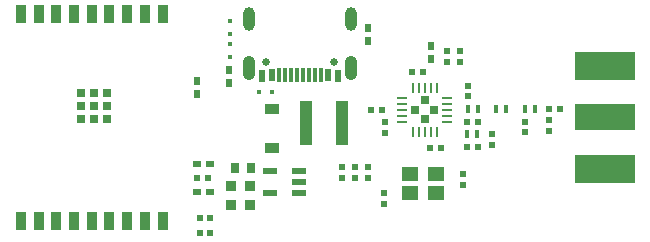
<source format=gts>
G04 #@! TF.GenerationSoftware,KiCad,Pcbnew,7.0.7-7.0.7~ubuntu23.04.1*
G04 #@! TF.CreationDate,2023-08-22T21:33:39+02:00*
G04 #@! TF.ProjectId,CoralWave,436f7261-6c57-4617-9665-2e6b69636164,rev?*
G04 #@! TF.SameCoordinates,Original*
G04 #@! TF.FileFunction,Soldermask,Top*
G04 #@! TF.FilePolarity,Negative*
%FSLAX46Y46*%
G04 Gerber Fmt 4.6, Leading zero omitted, Abs format (unit mm)*
G04 Created by KiCad (PCBNEW 7.0.7-7.0.7~ubuntu23.04.1) date 2023-08-22 21:33:39*
%MOMM*%
%LPD*%
G01*
G04 APERTURE LIST*
%ADD10R,1.400000X1.200000*%
%ADD11R,0.600000X0.620000*%
%ADD12R,0.620000X0.600000*%
%ADD13R,0.947699X0.254800*%
%ADD14R,0.254800X0.947699*%
%ADD15R,0.650000X0.720000*%
%ADD16R,0.720000X0.650000*%
%ADD17R,0.900000X0.950000*%
%ADD18R,0.600000X0.750000*%
%ADD19R,0.750000X0.600000*%
%ADD20R,0.750000X0.940000*%
%ADD21R,0.350000X0.650000*%
%ADD22R,1.219200X0.914400*%
%ADD23R,0.430000X0.320000*%
%ADD24R,0.320000X0.430000*%
%ADD25R,0.600000X0.700000*%
%ADD26R,5.080000X2.290000*%
%ADD27R,5.080000X2.415000*%
%ADD28C,0.650000*%
%ADD29R,0.600000X1.030000*%
%ADD30R,0.600000X1.080000*%
%ADD31R,0.300000X1.150000*%
%ADD32O,1.050000X2.100000*%
%ADD33O,1.000000X2.000000*%
%ADD34R,0.900000X1.500000*%
%ADD35R,0.700000X0.700000*%
%ADD36R,1.100000X3.700000*%
%ADD37R,1.200000X0.600000*%
G04 APERTURE END LIST*
D10*
X132600000Y-65460000D03*
X134800000Y-65460000D03*
X134800000Y-63860000D03*
X132600000Y-63860000D03*
D11*
X114770000Y-67600000D03*
X115690000Y-67600000D03*
D12*
X130340000Y-65460000D03*
X130340000Y-66380000D03*
D11*
X144390000Y-58340000D03*
X145310000Y-58340000D03*
D13*
X131936350Y-57419999D03*
X131936350Y-57920001D03*
X131936350Y-58420000D03*
X131936350Y-58919999D03*
X131936350Y-59420001D03*
D14*
X132832599Y-60316250D03*
X133332601Y-60316250D03*
X133832600Y-60316250D03*
X134332599Y-60316250D03*
X134832601Y-60316250D03*
D13*
X135728850Y-59420001D03*
X135728850Y-58919999D03*
X135728850Y-58420000D03*
X135728850Y-57920001D03*
X135728850Y-57419999D03*
D14*
X134832601Y-56523750D03*
X134332599Y-56523750D03*
X133832600Y-56523750D03*
X133332601Y-56523750D03*
X132832599Y-56523750D03*
D15*
X133027600Y-58420000D03*
D16*
X133832600Y-57615000D03*
X133832600Y-59225000D03*
D15*
X134637600Y-58420000D03*
D17*
X117400000Y-64830000D03*
X119000000Y-64830000D03*
D12*
X129010000Y-64140000D03*
X129010000Y-63220000D03*
X139530000Y-61380000D03*
X139530000Y-60460000D03*
X135730000Y-53430000D03*
X135730000Y-54350000D03*
D18*
X114570000Y-56000000D03*
X114570000Y-57100000D03*
D19*
X114530000Y-63000000D03*
X115630000Y-63000000D03*
D20*
X119150000Y-63340000D03*
X117750000Y-63340000D03*
D17*
X119000000Y-66440000D03*
X117400000Y-66440000D03*
D12*
X130500000Y-59420000D03*
X130500000Y-60340000D03*
D21*
X142285000Y-58340000D03*
X143135000Y-58340000D03*
D12*
X127910000Y-64140000D03*
X127910000Y-63220000D03*
D22*
X120860000Y-61638300D03*
X120860000Y-58361700D03*
D19*
X114530000Y-65400000D03*
X115630000Y-65400000D03*
D12*
X137090000Y-63860000D03*
X137090000Y-64780000D03*
D11*
X132730000Y-55220000D03*
X133650000Y-55220000D03*
D23*
X120870000Y-56860000D03*
X119770000Y-56860000D03*
D24*
X117330000Y-50930000D03*
X117330000Y-52030000D03*
D11*
X114770000Y-68800000D03*
X115690000Y-68800000D03*
D25*
X134350000Y-52990000D03*
X134350000Y-54090000D03*
D26*
X149100000Y-59050000D03*
D27*
X149100000Y-54667500D03*
X149100000Y-63432500D03*
D18*
X117280000Y-55060000D03*
X117280000Y-56160000D03*
D24*
X117340000Y-53970000D03*
X117340000Y-52870000D03*
D21*
X138265000Y-60460000D03*
X137415000Y-60460000D03*
D11*
X129270000Y-58440000D03*
X130190000Y-58440000D03*
D12*
X126810000Y-64140000D03*
X126810000Y-63220000D03*
D11*
X137420000Y-59400000D03*
X138340000Y-59400000D03*
X137380000Y-61530000D03*
X138300000Y-61530000D03*
D18*
X129040000Y-52550000D03*
X129040000Y-51450000D03*
D28*
X126160000Y-54380000D03*
X120380000Y-54380000D03*
D29*
X126470000Y-55515000D03*
D30*
X125670000Y-55490000D03*
D31*
X124520000Y-55455000D03*
X123520000Y-55455000D03*
X123020000Y-55455000D03*
X122020000Y-55455000D03*
D29*
X120070000Y-55515000D03*
D30*
X120870000Y-55490000D03*
D31*
X121520000Y-55455000D03*
X122520000Y-55455000D03*
X124020000Y-55455000D03*
X125020000Y-55455000D03*
D32*
X127590000Y-54880000D03*
D33*
X127590000Y-50700000D03*
X118950000Y-50700000D03*
D32*
X118950000Y-54880000D03*
D34*
X99630000Y-67800000D03*
X101130000Y-67800000D03*
X102630000Y-67800000D03*
X104130000Y-67800000D03*
X105630000Y-67800000D03*
X107130000Y-67800000D03*
X108630000Y-67800000D03*
X110130000Y-67800000D03*
X111630000Y-67800000D03*
X111630000Y-50300000D03*
X110130000Y-50300000D03*
X108630000Y-50300000D03*
X107130000Y-50300000D03*
X105630000Y-50300000D03*
X104130000Y-50300000D03*
X102630000Y-50300000D03*
X101130000Y-50300000D03*
X99630000Y-50300000D03*
D35*
X105830000Y-58090000D03*
X105830000Y-56990000D03*
X104730000Y-56990000D03*
X104730000Y-58090000D03*
X104730000Y-59190000D03*
X105830000Y-59190000D03*
X106930000Y-59190000D03*
X106930000Y-58090000D03*
X106930000Y-56990000D03*
D12*
X137490000Y-56360000D03*
X137490000Y-57280000D03*
X142280000Y-60320000D03*
X142280000Y-59400000D03*
D11*
X114520000Y-64200000D03*
X115440000Y-64200000D03*
D12*
X144390000Y-60220000D03*
X144390000Y-59300000D03*
D11*
X135220000Y-61670000D03*
X134300000Y-61670000D03*
D21*
X137485000Y-58340000D03*
X138335000Y-58340000D03*
X139885000Y-58340000D03*
X140735000Y-58340000D03*
D36*
X123790000Y-59520000D03*
X126790000Y-59520000D03*
D37*
X123200000Y-65460000D03*
X123200000Y-64510000D03*
X123200000Y-63560000D03*
X120700000Y-63560000D03*
X120700000Y-65460000D03*
D12*
X136830000Y-53430000D03*
X136830000Y-54350000D03*
M02*

</source>
